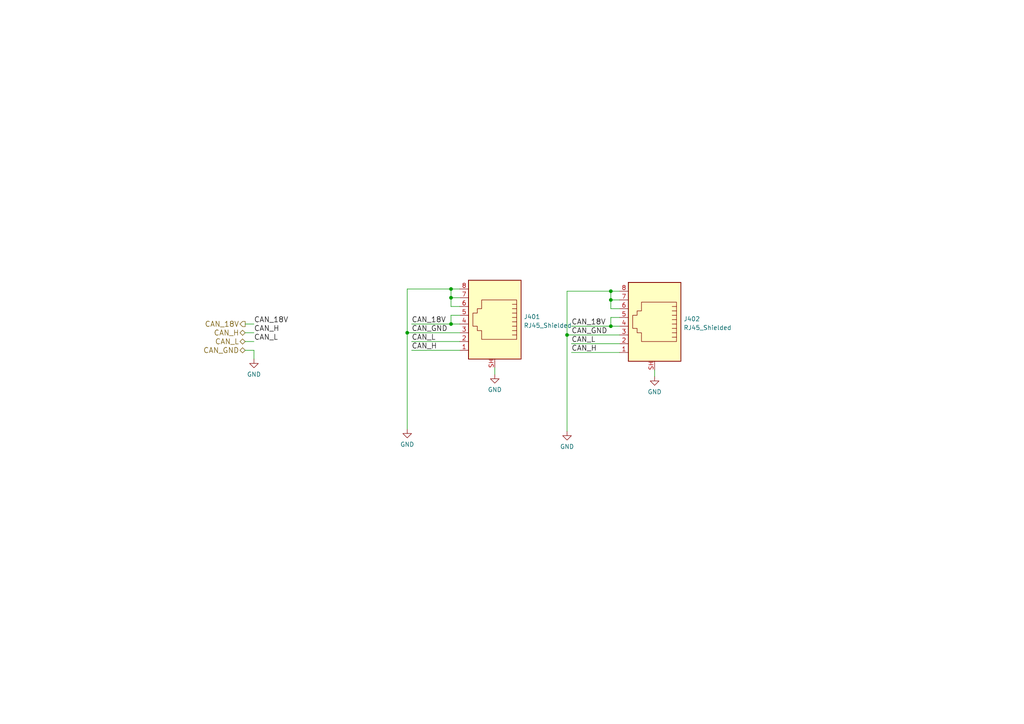
<source format=kicad_sch>
(kicad_sch (version 20250114) (generator "eeschema") (generator_version "9.0")
  (paper "A4")
  (lib_symbols
    (symbol "Connector:RJ45_Shielded" (pin_names (offset 1.016))
      (property "Reference" "J" (at -5.08 13.97 0))
      (property "Value" "RJ45_Shielded" (at 2.54 13.97 0))
      (symbol "RJ45_Shielded_0_1"
        (polyline (pts (xy -6.35 1.905) (xy -5.08 1.905) (xy -5.08 1.905)))
        (polyline (pts (xy -6.35 0.635) (xy -5.08 0.635) (xy -5.08 0.635)))
        (polyline (pts (xy -6.35 -0.635) (xy -5.08 -0.635) (xy -5.08 -0.635)))
        (polyline (pts (xy -6.35 -1.905) (xy -5.08 -1.905) (xy -5.08 -1.905)))
        (polyline (pts (xy -6.35 -3.175) (xy -5.08 -3.175) (xy -5.08 -3.175)))
        (polyline (pts (xy -6.35 -4.445) (xy -6.35 6.985) (xy 3.81 6.985) (xy 3.81 4.445) (xy 5.08 4.445) (xy 5.08 3.175) (xy 6.35 3.175) (xy 6.35 -0.635) (xy 5.08 -0.635) (xy 5.08 -1.905) (xy 3.81 -1.905) (xy 3.81 -4.445) (xy -6.35 -4.445) (xy -6.35 -4.445)))
        (polyline (pts (xy -5.08 5.715) (xy -6.35 5.715)))
        (polyline (pts (xy -5.08 4.445) (xy -6.35 4.445)))
        (polyline (pts (xy -5.08 3.175) (xy -6.35 3.175) (xy -6.35 3.175)))
        (rectangle (start 7.62 12.7) (end -7.62 -10.16) (stroke (width 0.254)) (fill (type background)))
      )
      (symbol "RJ45_Shielded_1_1"
        (pin passive line (at 0 -12.7 90) (length 2.54) (name "~") (number "SH"))
        (pin passive line (at 10.16 10.16 180) (length 2.54) (name "~") (number "8"))
        (pin passive line (at 10.16 7.62 180) (length 2.54) (name "~") (number "7"))
        (pin passive line (at 10.16 5.08 180) (length 2.54) (name "~") (number "6"))
        (pin passive line (at 10.16 2.54 180) (length 2.54) (name "~") (number "5"))
        (pin passive line (at 10.16 0 180) (length 2.54) (name "~") (number "4"))
        (pin passive line (at 10.16 -2.54 180) (length 2.54) (name "~") (number "3"))
        (pin passive line (at 10.16 -5.08 180) (length 2.54) (name "~") (number "2"))
        (pin passive line (at 10.16 -7.62 180) (length 2.54) (name "~") (number "1"))
      )
    )
    (symbol "power:GND" (power) (pin_names (offset 0))
      (property "Value" "GND" (at 0 -3.81 0))
      (symbol "GND_0_1"
        (polyline (pts (xy 0 0) (xy 0 -1.27) (xy 1.27 -1.27) (xy 0 -2.54) (xy -1.27 -1.27) (xy 0 -1.27)))
      )
      (symbol "GND_1_1"
        (pin power_in line (at 0 0 270) (length 0) (hide yes) (name "GND") (number "1"))
      )
    )
  )
  (junction (at 177.165 94.615))
  (junction (at 118.11 96.52))
  (junction (at 177.165 86.995))
  (junction (at 177.165 84.455))
  (junction (at 164.465 97.155))
  (junction (at 130.81 93.98))
  (junction (at 130.81 86.36))
  (junction (at 130.81 83.82))
  (wire (pts (xy 71.12 101.6) (xy 73.66 101.6)))
  (wire (pts (xy 119.38 99.06) (xy 133.35 99.06)))
  (wire (pts (xy 130.81 91.44) (xy 130.81 93.98)))
  (wire (pts (xy 130.81 83.82) (xy 118.11 83.82)))
  (wire (pts (xy 73.66 101.6) (xy 73.66 104.14)))
  (wire (pts (xy 133.35 101.6) (xy 119.38 101.6)))
  (wire (pts (xy 177.165 92.075) (xy 177.165 94.615)))
  (wire (pts (xy 164.465 97.155) (xy 179.705 97.155)))
  (wire (pts (xy 118.11 83.82) (xy 118.11 96.52)))
  (wire (pts (xy 177.165 86.995) (xy 177.165 84.455)))
  (wire (pts (xy 177.165 89.535) (xy 177.165 86.995)))
  (wire (pts (xy 71.12 93.98) (xy 73.66 93.98)))
  (wire (pts (xy 118.11 96.52) (xy 133.35 96.52)))
  (wire (pts (xy 165.735 94.615) (xy 177.165 94.615)))
  (wire (pts (xy 189.865 107.315) (xy 189.865 109.22)))
  (wire (pts (xy 179.705 86.995) (xy 177.165 86.995)))
  (wire (pts (xy 164.465 84.455) (xy 164.465 97.155)))
  (wire (pts (xy 179.705 92.075) (xy 177.165 92.075)))
  (wire (pts (xy 177.165 94.615) (xy 179.705 94.615)))
  (wire (pts (xy 130.81 88.9) (xy 130.81 86.36)))
  (wire (pts (xy 179.705 89.535) (xy 177.165 89.535)))
  (wire (pts (xy 119.38 93.98) (xy 130.81 93.98)))
  (wire (pts (xy 143.51 106.68) (xy 143.51 108.585)))
  (wire (pts (xy 133.35 88.9) (xy 130.81 88.9)))
  (wire (pts (xy 164.465 97.155) (xy 164.465 125.095)))
  (wire (pts (xy 177.165 84.455) (xy 164.465 84.455)))
  (wire (pts (xy 130.81 86.36) (xy 130.81 83.82)))
  (wire (pts (xy 179.705 102.235) (xy 165.735 102.235)))
  (wire (pts (xy 179.705 84.455) (xy 177.165 84.455)))
  (wire (pts (xy 118.11 96.52) (xy 118.11 124.46)))
  (wire (pts (xy 133.35 83.82) (xy 130.81 83.82)))
  (wire (pts (xy 73.66 99.06) (xy 71.12 99.06)))
  (wire (pts (xy 133.35 86.36) (xy 130.81 86.36)))
  (wire (pts (xy 165.735 99.695) (xy 179.705 99.695)))
  (wire (pts (xy 133.35 91.44) (xy 130.81 91.44)))
  (wire (pts (xy 71.12 96.52) (xy 73.66 96.52)))
  (wire (pts (xy 130.81 93.98) (xy 133.35 93.98)))
  (label "CAN_18V" (at 119.38 93.98 0) (effects (font (size 1.524 1.524))))
  (label "CAN_H" (at 119.38 101.6 0) (effects (font (size 1.524 1.524))))
  (label "CAN_18V" (at 73.66 93.98 0) (effects (font (size 1.524 1.524))))
  (label "CAN_L" (at 73.66 99.06 0) (effects (font (size 1.524 1.524))))
  (label "CAN_18V" (at 165.735 94.615 0) (effects (font (size 1.524 1.524))))
  (label "CAN_L" (at 165.735 99.695 0) (effects (font (size 1.524 1.524))))
  (label "CAN_L" (at 119.38 99.06 0) (effects (font (size 1.524 1.524))))
  (label "CAN_GND" (at 165.735 97.155 0) (effects (font (size 1.524 1.524))))
  (label "CAN_H" (at 165.735 102.235 0) (effects (font (size 1.524 1.524))))
  (label "CAN_H" (at 73.66 96.52 0) (effects (font (size 1.524 1.524))))
  (label "CAN_GND" (at 119.38 96.52 0) (effects (font (size 1.524 1.524))))
  (hierarchical_label "CAN_L" (shape bidirectional) (at 71.12 99.06 180) (effects (font (size 1.524 1.524))))
  (hierarchical_label "CAN_18V" (shape output) (at 71.12 93.98 180) (effects (font (size 1.524 1.524))))
  (hierarchical_label "CAN_GND" (shape bidirectional) (at 71.12 101.6 180) (effects (font (size 1.524 1.524))))
  (hierarchical_label "CAN_H" (shape bidirectional) (at 71.12 96.52 180) (effects (font (size 1.524 1.524))))
  (symbol (lib_id "power:GND") (at 189.865 109.22 0) (unit 1)
    (property "Reference" "#PWR0405" (effects (hide yes)))
    (property "Value" "GND" (at 189.865 113.6634 0))
  )
  (symbol (lib_id "power:GND") (at 73.66 104.14 0) (unit 1)
    (property "Reference" "#PWR0401" (effects (hide yes)))
    (property "Value" "GND" (at 73.66 108.5834 0))
  )
  (symbol (lib_id "power:GND") (at 143.51 108.585 0) (unit 1)
    (property "Reference" "#PWR0403" (effects (hide yes)))
    (property "Value" "GND" (at 143.51 113.0284 0))
  )
  (symbol (lib_id "Connector:RJ45_Shielded") (at 143.51 93.98 0) (mirror y) (unit 1)
    (property "Reference" "J401" (at 151.892 91.8753 0) (effects (justify right)))
    (property "Value" "RJ45_Shielded" (at 151.892 94.4122 0) (effects (justify right)))
    (property "Footprint" "KicadZeniteSolarLibrary18:RJ45_YH59_01" (effects (hide yes)))
  )
  (symbol (lib_id "Connector:RJ45_Shielded") (at 189.865 94.615 0) (mirror y) (unit 1)
    (property "Reference" "J402" (at 198.247 92.5103 0) (effects (justify right)))
    (property "Value" "RJ45_Shielded" (at 198.247 95.0472 0) (effects (justify right)))
    (property "Footprint" "KicadZeniteSolarLibrary18:RJ45_YH59_01" (effects (hide yes)))
  )
  (symbol (lib_id "power:GND") (at 118.11 124.46 0) (unit 1)
    (property "Reference" "#PWR0402" (effects (hide yes)))
    (property "Value" "GND" (at 118.11 128.9034 0))
  )
  (symbol (lib_id "power:GND") (at 164.465 125.095 0) (unit 1)
    (property "Reference" "#PWR0404" (effects (hide yes)))
    (property "Value" "GND" (at 164.465 129.5384 0))
  )
)
</source>
